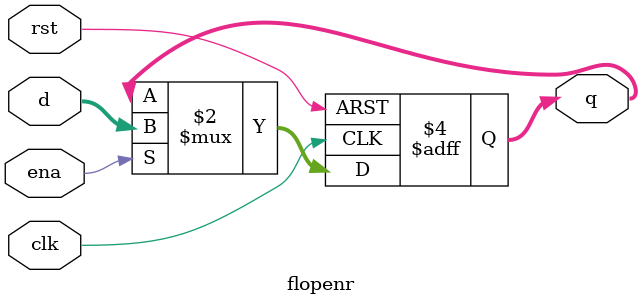
<source format=v>
`timescale 1ns / 1ps


module flopenr #(parameter WIDTH = 32)(
	input wire clk,rst,ena,
	input wire [WIDTH-1:0] d,
	output reg [WIDTH-1:0] q
);
always@(posedge clk, posedge rst)
begin
		if(rst) begin q <= 0; end
		else if(ena) begin q <= d; end
end
endmodule
</source>
